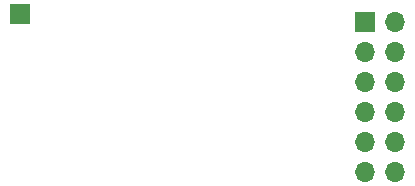
<source format=gbr>
%TF.GenerationSoftware,KiCad,Pcbnew,7.0.1*%
%TF.CreationDate,2023-04-28T09:41:16+02:00*%
%TF.ProjectId,RFM9xW_ANT,52464d39-7857-45f4-914e-542e6b696361,rev?*%
%TF.SameCoordinates,Original*%
%TF.FileFunction,Soldermask,Bot*%
%TF.FilePolarity,Negative*%
%FSLAX46Y46*%
G04 Gerber Fmt 4.6, Leading zero omitted, Abs format (unit mm)*
G04 Created by KiCad (PCBNEW 7.0.1) date 2023-04-28 09:41:16*
%MOMM*%
%LPD*%
G01*
G04 APERTURE LIST*
%ADD10R,1.700000X1.700000*%
%ADD11O,1.700000X1.700000*%
G04 APERTURE END LIST*
D10*
%TO.C,J1*%
X149860000Y-43180000D03*
D11*
X152400000Y-43180000D03*
X149860000Y-45720000D03*
X152400000Y-45720000D03*
X149860000Y-48260000D03*
X152400000Y-48260000D03*
X149860000Y-50800000D03*
X152400000Y-50800000D03*
X149860000Y-53340000D03*
X152400000Y-53340000D03*
X149860000Y-55880000D03*
X152400000Y-55880000D03*
%TD*%
D10*
%TO.C,Je*%
X120650000Y-42530000D03*
%TD*%
M02*

</source>
